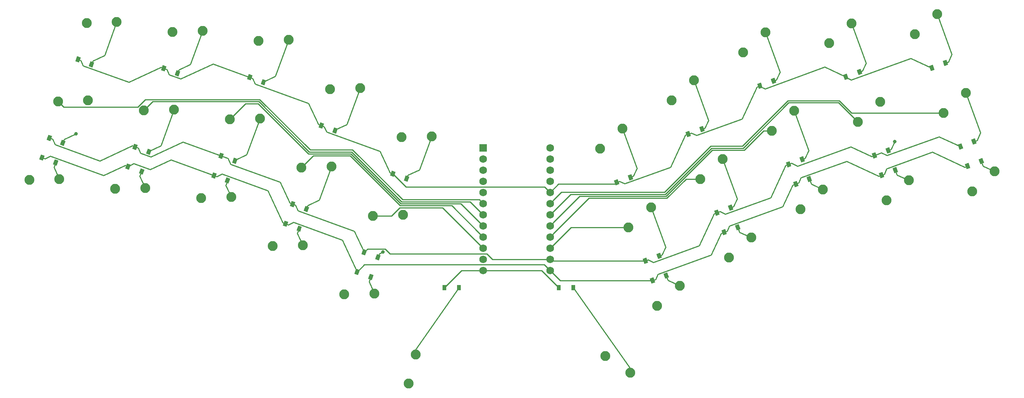
<source format=gbl>
G04 #@! TF.GenerationSoftware,KiCad,Pcbnew,(5.1.4)-1*
G04 #@! TF.CreationDate,2021-01-14T16:11:29-07:00*
G04 #@! TF.ProjectId,ONI-Kyan MKI,4f4e492d-4b79-4616-9e20-4d4b492e6b69,rev?*
G04 #@! TF.SameCoordinates,Original*
G04 #@! TF.FileFunction,Copper,L2,Bot*
G04 #@! TF.FilePolarity,Positive*
%FSLAX46Y46*%
G04 Gerber Fmt 4.6, Leading zero omitted, Abs format (unit mm)*
G04 Created by KiCad (PCBNEW (5.1.4)-1) date 2021-01-14 16:11:29*
%MOMM*%
%LPD*%
G04 APERTURE LIST*
%ADD10C,2.250000*%
%ADD11C,1.752600*%
%ADD12R,1.752600X1.752600*%
%ADD13R,0.900000X1.200000*%
%ADD14C,0.900000*%
%ADD15C,0.150000*%
%ADD16C,0.800000*%
%ADD17C,0.250000*%
G04 APERTURE END LIST*
D10*
X168734486Y-122992399D03*
X163011629Y-119247668D03*
X118368919Y-125489605D03*
X119930483Y-118831106D03*
X103736451Y-105170984D03*
X110572231Y-104955993D03*
D11*
X150495600Y-71755362D03*
X135255600Y-99695362D03*
X150495600Y-74295362D03*
X150495600Y-76835362D03*
X150495600Y-79375362D03*
X150495600Y-81915362D03*
X150495600Y-84455362D03*
X150495600Y-86995362D03*
X150495600Y-89535362D03*
X150495600Y-92075362D03*
X150495600Y-94615362D03*
X150495600Y-97155362D03*
X150495600Y-99695362D03*
X135255600Y-97155362D03*
X135255600Y-94615362D03*
X135255600Y-92075362D03*
X135255600Y-89535362D03*
X135255600Y-86995362D03*
X135255600Y-84455362D03*
X135255600Y-81915362D03*
X135255600Y-79375362D03*
X135255600Y-76835362D03*
X135255600Y-74295362D03*
D12*
X135255600Y-71755362D03*
D13*
X152459998Y-103589999D03*
X155759998Y-103589999D03*
X129800000Y-103600000D03*
X126500000Y-103600000D03*
D14*
X245388272Y-75938624D03*
D15*
G36*
X245170622Y-76656349D02*
G01*
X244760198Y-75528717D01*
X245605922Y-75220899D01*
X246016346Y-76348531D01*
X245170622Y-76656349D01*
X245170622Y-76656349D01*
G37*
D14*
X248489258Y-74809958D03*
D15*
G36*
X248271608Y-75527683D02*
G01*
X247861184Y-74400051D01*
X248706908Y-74092233D01*
X249117332Y-75219865D01*
X248271608Y-75527683D01*
X248271608Y-75527683D01*
G37*
D14*
X225858175Y-77978829D03*
D15*
G36*
X225640525Y-78696554D02*
G01*
X225230101Y-77568922D01*
X226075825Y-77261104D01*
X226486249Y-78388736D01*
X225640525Y-78696554D01*
X225640525Y-78696554D01*
G37*
D14*
X228959161Y-76850163D03*
D15*
G36*
X228741511Y-77567888D02*
G01*
X228331087Y-76440256D01*
X229176811Y-76132438D01*
X229587235Y-77260070D01*
X228741511Y-77567888D01*
X228741511Y-77567888D01*
G37*
D14*
X206328081Y-80019035D03*
D15*
G36*
X206110431Y-80736760D02*
G01*
X205700007Y-79609128D01*
X206545731Y-79301310D01*
X206956155Y-80428942D01*
X206110431Y-80736760D01*
X206110431Y-80736760D01*
G37*
D14*
X209429067Y-78890369D03*
D15*
G36*
X209211417Y-79608094D02*
G01*
X208800993Y-78480462D01*
X209646717Y-78172644D01*
X210057141Y-79300276D01*
X209211417Y-79608094D01*
X209211417Y-79608094D01*
G37*
D14*
X190055737Y-91009852D03*
D15*
G36*
X189838087Y-91727577D02*
G01*
X189427663Y-90599945D01*
X190273387Y-90292127D01*
X190683811Y-91419759D01*
X189838087Y-91727577D01*
X189838087Y-91727577D01*
G37*
D14*
X193156723Y-89881186D03*
D15*
G36*
X192939073Y-90598911D02*
G01*
X192528649Y-89471279D01*
X193374373Y-89163461D01*
X193784797Y-90291093D01*
X192939073Y-90598911D01*
X192939073Y-90598911D01*
G37*
D14*
X173783394Y-102000668D03*
D15*
G36*
X173565744Y-102718393D02*
G01*
X173155320Y-101590761D01*
X174001044Y-101282943D01*
X174411468Y-102410575D01*
X173565744Y-102718393D01*
X173565744Y-102718393D01*
G37*
D14*
X176884380Y-100872002D03*
D15*
G36*
X176666730Y-101589727D02*
G01*
X176256306Y-100462095D01*
X177102030Y-100154277D01*
X177512454Y-101281909D01*
X176666730Y-101589727D01*
X176666730Y-101589727D01*
G37*
D14*
X109730154Y-101186230D03*
D15*
G36*
X109102080Y-101596137D02*
G01*
X109512504Y-100468505D01*
X110358228Y-100776323D01*
X109947804Y-101903955D01*
X109102080Y-101596137D01*
X109102080Y-101596137D01*
G37*
D14*
X106629168Y-100057564D03*
D15*
G36*
X106001094Y-100467471D02*
G01*
X106411518Y-99339839D01*
X107257242Y-99647657D01*
X106846818Y-100775289D01*
X106001094Y-100467471D01*
X106001094Y-100467471D01*
G37*
D14*
X93457812Y-90195413D03*
D15*
G36*
X92829738Y-90605320D02*
G01*
X93240162Y-89477688D01*
X94085886Y-89785506D01*
X93675462Y-90913138D01*
X92829738Y-90605320D01*
X92829738Y-90605320D01*
G37*
D14*
X90356826Y-89066747D03*
D15*
G36*
X89728752Y-89476654D02*
G01*
X90139176Y-88349022D01*
X90984900Y-88656840D01*
X90574476Y-89784472D01*
X89728752Y-89476654D01*
X89728752Y-89476654D01*
G37*
D14*
X77185469Y-79204597D03*
D15*
G36*
X76557395Y-79614504D02*
G01*
X76967819Y-78486872D01*
X77813543Y-78794690D01*
X77403119Y-79922322D01*
X76557395Y-79614504D01*
X76557395Y-79614504D01*
G37*
D14*
X74084483Y-78075931D03*
D15*
G36*
X73456409Y-78485838D02*
G01*
X73866833Y-77358206D01*
X74712557Y-77666024D01*
X74302133Y-78793656D01*
X73456409Y-78485838D01*
X73456409Y-78485838D01*
G37*
D14*
X57655372Y-77164391D03*
D15*
G36*
X57027298Y-77574298D02*
G01*
X57437722Y-76446666D01*
X58283446Y-76754484D01*
X57873022Y-77882116D01*
X57027298Y-77574298D01*
X57027298Y-77574298D01*
G37*
D14*
X54554386Y-76035725D03*
D15*
G36*
X53926312Y-76445632D02*
G01*
X54336736Y-75318000D01*
X55182460Y-75625818D01*
X54772036Y-76753450D01*
X53926312Y-76445632D01*
X53926312Y-76445632D01*
G37*
D14*
X38125275Y-75124185D03*
D15*
G36*
X37497201Y-75534092D02*
G01*
X37907625Y-74406460D01*
X38753349Y-74714278D01*
X38342925Y-75841910D01*
X37497201Y-75534092D01*
X37497201Y-75534092D01*
G37*
D14*
X35024289Y-73995519D03*
D15*
G36*
X34396215Y-74405426D02*
G01*
X34806639Y-73277794D01*
X35652363Y-73585612D01*
X35241939Y-74713244D01*
X34396215Y-74405426D01*
X34396215Y-74405426D01*
G37*
D14*
X243759396Y-71463318D03*
D15*
G36*
X243541746Y-72181043D02*
G01*
X243131322Y-71053411D01*
X243977046Y-70745593D01*
X244387470Y-71873225D01*
X243541746Y-72181043D01*
X243541746Y-72181043D01*
G37*
D14*
X246860382Y-70334652D03*
D15*
G36*
X246642732Y-71052377D02*
G01*
X246232308Y-69924745D01*
X247078032Y-69616927D01*
X247488456Y-70744559D01*
X246642732Y-71052377D01*
X246642732Y-71052377D01*
G37*
D14*
X224229297Y-73503525D03*
D15*
G36*
X224011647Y-74221250D02*
G01*
X223601223Y-73093618D01*
X224446947Y-72785800D01*
X224857371Y-73913432D01*
X224011647Y-74221250D01*
X224011647Y-74221250D01*
G37*
D14*
X227330283Y-72374859D03*
D15*
G36*
X227112633Y-73092584D02*
G01*
X226702209Y-71964952D01*
X227547933Y-71657134D01*
X227958357Y-72784766D01*
X227112633Y-73092584D01*
X227112633Y-73092584D01*
G37*
D14*
X204699199Y-75543730D03*
D15*
G36*
X204481549Y-76261455D02*
G01*
X204071125Y-75133823D01*
X204916849Y-74826005D01*
X205327273Y-75953637D01*
X204481549Y-76261455D01*
X204481549Y-76261455D01*
G37*
D14*
X207800185Y-74415064D03*
D15*
G36*
X207582535Y-75132789D02*
G01*
X207172111Y-74005157D01*
X208017835Y-73697339D01*
X208428259Y-74824971D01*
X207582535Y-75132789D01*
X207582535Y-75132789D01*
G37*
D14*
X188426860Y-86534548D03*
D15*
G36*
X188209210Y-87252273D02*
G01*
X187798786Y-86124641D01*
X188644510Y-85816823D01*
X189054934Y-86944455D01*
X188209210Y-87252273D01*
X188209210Y-87252273D01*
G37*
D14*
X191527846Y-85405882D03*
D15*
G36*
X191310196Y-86123607D02*
G01*
X190899772Y-84995975D01*
X191745496Y-84688157D01*
X192155920Y-85815789D01*
X191310196Y-86123607D01*
X191310196Y-86123607D01*
G37*
D14*
X172154517Y-97525363D03*
D15*
G36*
X171936867Y-98243088D02*
G01*
X171526443Y-97115456D01*
X172372167Y-96807638D01*
X172782591Y-97935270D01*
X171936867Y-98243088D01*
X171936867Y-98243088D01*
G37*
D14*
X175255503Y-96396697D03*
D15*
G36*
X175037853Y-97114422D02*
G01*
X174627429Y-95986790D01*
X175473153Y-95678972D01*
X175883577Y-96806604D01*
X175037853Y-97114422D01*
X175037853Y-97114422D01*
G37*
D14*
X111359030Y-96710922D03*
D15*
G36*
X110730956Y-97120829D02*
G01*
X111141380Y-95993197D01*
X111987104Y-96301015D01*
X111576680Y-97428647D01*
X110730956Y-97120829D01*
X110730956Y-97120829D01*
G37*
D14*
X108258044Y-95582256D03*
D15*
G36*
X107629970Y-95992163D02*
G01*
X108040394Y-94864531D01*
X108886118Y-95172349D01*
X108475694Y-96299981D01*
X107629970Y-95992163D01*
X107629970Y-95992163D01*
G37*
D14*
X95086689Y-85720108D03*
D15*
G36*
X94458615Y-86130015D02*
G01*
X94869039Y-85002383D01*
X95714763Y-85310201D01*
X95304339Y-86437833D01*
X94458615Y-86130015D01*
X94458615Y-86130015D01*
G37*
D14*
X91985703Y-84591442D03*
D15*
G36*
X91357629Y-85001349D02*
G01*
X91768053Y-83873717D01*
X92613777Y-84181535D01*
X92203353Y-85309167D01*
X91357629Y-85001349D01*
X91357629Y-85001349D01*
G37*
D14*
X78814347Y-74729292D03*
D15*
G36*
X78186273Y-75139199D02*
G01*
X78596697Y-74011567D01*
X79442421Y-74319385D01*
X79031997Y-75447017D01*
X78186273Y-75139199D01*
X78186273Y-75139199D01*
G37*
D14*
X75713361Y-73600626D03*
D15*
G36*
X75085287Y-74010533D02*
G01*
X75495711Y-72882901D01*
X76341435Y-73190719D01*
X75931011Y-74318351D01*
X75085287Y-74010533D01*
X75085287Y-74010533D01*
G37*
D14*
X59284250Y-72689086D03*
D15*
G36*
X58656176Y-73098993D02*
G01*
X59066600Y-71971361D01*
X59912324Y-72279179D01*
X59501900Y-73406811D01*
X58656176Y-73098993D01*
X58656176Y-73098993D01*
G37*
D14*
X56183264Y-71560420D03*
D15*
G36*
X55555190Y-71970327D02*
G01*
X55965614Y-70842695D01*
X56811338Y-71150513D01*
X56400914Y-72278145D01*
X55555190Y-71970327D01*
X55555190Y-71970327D01*
G37*
D14*
X39754152Y-70648881D03*
D15*
G36*
X39126078Y-71058788D02*
G01*
X39536502Y-69931156D01*
X40382226Y-70238974D01*
X39971802Y-71366606D01*
X39126078Y-71058788D01*
X39126078Y-71058788D01*
G37*
D14*
X36653166Y-69520215D03*
D15*
G36*
X36025092Y-69930122D02*
G01*
X36435516Y-68802490D01*
X37281240Y-69110308D01*
X36870816Y-70237940D01*
X36025092Y-69930122D01*
X36025092Y-69930122D01*
G37*
D14*
X237243884Y-53562099D03*
D15*
G36*
X237026234Y-54279824D02*
G01*
X236615810Y-53152192D01*
X237461534Y-52844374D01*
X237871958Y-53972006D01*
X237026234Y-54279824D01*
X237026234Y-54279824D01*
G37*
D14*
X240344870Y-52433433D03*
D15*
G36*
X240127220Y-53151158D02*
G01*
X239716796Y-52023526D01*
X240562520Y-51715708D01*
X240972944Y-52843340D01*
X240127220Y-53151158D01*
X240127220Y-53151158D01*
G37*
D14*
X217713786Y-55602306D03*
D15*
G36*
X217496136Y-56320031D02*
G01*
X217085712Y-55192399D01*
X217931436Y-54884581D01*
X218341860Y-56012213D01*
X217496136Y-56320031D01*
X217496136Y-56320031D01*
G37*
D14*
X220814772Y-54473640D03*
D15*
G36*
X220597122Y-55191365D02*
G01*
X220186698Y-54063733D01*
X221032422Y-53755915D01*
X221442846Y-54883547D01*
X220597122Y-55191365D01*
X220597122Y-55191365D01*
G37*
D14*
X198183689Y-57642514D03*
D15*
G36*
X197966039Y-58360239D02*
G01*
X197555615Y-57232607D01*
X198401339Y-56924789D01*
X198811763Y-58052421D01*
X197966039Y-58360239D01*
X197966039Y-58360239D01*
G37*
D14*
X201284675Y-56513848D03*
D15*
G36*
X201067025Y-57231573D02*
G01*
X200656601Y-56103941D01*
X201502325Y-55796123D01*
X201912749Y-56923755D01*
X201067025Y-57231573D01*
X201067025Y-57231573D01*
G37*
D14*
X181911347Y-68633326D03*
D15*
G36*
X181693697Y-69351051D02*
G01*
X181283273Y-68223419D01*
X182128997Y-67915601D01*
X182539421Y-69043233D01*
X181693697Y-69351051D01*
X181693697Y-69351051D01*
G37*
D14*
X185012333Y-67504660D03*
D15*
G36*
X184794683Y-68222385D02*
G01*
X184384259Y-67094753D01*
X185229983Y-66786935D01*
X185640407Y-67914567D01*
X184794683Y-68222385D01*
X184794683Y-68222385D01*
G37*
D14*
X165639007Y-79624142D03*
D15*
G36*
X165421357Y-80341867D02*
G01*
X165010933Y-79214235D01*
X165856657Y-78906417D01*
X166267081Y-80034049D01*
X165421357Y-80341867D01*
X165421357Y-80341867D01*
G37*
D14*
X168739993Y-78495476D03*
D15*
G36*
X168522343Y-79213201D02*
G01*
X168111919Y-78085569D01*
X168957643Y-77777751D01*
X169368067Y-78905383D01*
X168522343Y-79213201D01*
X168522343Y-79213201D01*
G37*
D14*
X117874543Y-78809705D03*
D15*
G36*
X117246469Y-79219612D02*
G01*
X117656893Y-78091980D01*
X118502617Y-78399798D01*
X118092193Y-79527430D01*
X117246469Y-79219612D01*
X117246469Y-79219612D01*
G37*
D14*
X114773557Y-77681039D03*
D15*
G36*
X114145483Y-78090946D02*
G01*
X114555907Y-76963314D01*
X115401631Y-77271132D01*
X114991207Y-78398764D01*
X114145483Y-78090946D01*
X114145483Y-78090946D01*
G37*
D14*
X101602199Y-67818888D03*
D15*
G36*
X100974125Y-68228795D02*
G01*
X101384549Y-67101163D01*
X102230273Y-67408981D01*
X101819849Y-68536613D01*
X100974125Y-68228795D01*
X100974125Y-68228795D01*
G37*
D14*
X98501213Y-66690222D03*
D15*
G36*
X97873139Y-67100129D02*
G01*
X98283563Y-65972497D01*
X99129287Y-66280315D01*
X98718863Y-67407947D01*
X97873139Y-67100129D01*
X97873139Y-67100129D01*
G37*
D14*
X85329859Y-56828073D03*
D15*
G36*
X84701785Y-57237980D02*
G01*
X85112209Y-56110348D01*
X85957933Y-56418166D01*
X85547509Y-57545798D01*
X84701785Y-57237980D01*
X84701785Y-57237980D01*
G37*
D14*
X82228873Y-55699407D03*
D15*
G36*
X81600799Y-56109314D02*
G01*
X82011223Y-54981682D01*
X82856947Y-55289500D01*
X82446523Y-56417132D01*
X81600799Y-56109314D01*
X81600799Y-56109314D01*
G37*
D14*
X65799762Y-54787867D03*
D15*
G36*
X65171688Y-55197774D02*
G01*
X65582112Y-54070142D01*
X66427836Y-54377960D01*
X66017412Y-55505592D01*
X65171688Y-55197774D01*
X65171688Y-55197774D01*
G37*
D14*
X62698776Y-53659201D03*
D15*
G36*
X62070702Y-54069108D02*
G01*
X62481126Y-52941476D01*
X63326850Y-53249294D01*
X62916426Y-54376926D01*
X62070702Y-54069108D01*
X62070702Y-54069108D01*
G37*
D14*
X46269664Y-52747659D03*
D15*
G36*
X45641590Y-53157566D02*
G01*
X46052014Y-52029934D01*
X46897738Y-52337752D01*
X46487314Y-53465384D01*
X45641590Y-53157566D01*
X45641590Y-53157566D01*
G37*
D14*
X43168678Y-51618993D03*
D15*
G36*
X42540604Y-52028900D02*
G01*
X42951028Y-50901268D01*
X43796752Y-51209086D01*
X43386328Y-52336718D01*
X42540604Y-52028900D01*
X42540604Y-52028900D01*
G37*
D10*
X179952607Y-103218529D03*
X174854290Y-107777176D03*
X246459168Y-81715132D03*
X251557485Y-77156485D03*
X207398975Y-85795545D03*
X212497292Y-81236898D03*
X191126631Y-96786359D03*
X196224948Y-92227712D03*
X226929071Y-83755338D03*
X232027388Y-79196691D03*
X220413560Y-65854118D03*
X225511877Y-61295471D03*
X239943658Y-63813912D03*
X245041975Y-59255265D03*
X178095609Y-60983921D03*
X183193926Y-56425274D03*
X184611121Y-78885140D03*
X189709438Y-74326493D03*
X168338777Y-89875956D03*
X173437094Y-85317309D03*
X200883462Y-67894323D03*
X205981779Y-63335676D03*
X233428148Y-45912692D03*
X238526465Y-41354045D03*
X194367953Y-49993105D03*
X199466270Y-45434458D03*
X213898052Y-47952901D03*
X218996369Y-43394254D03*
X161823268Y-71974737D03*
X166921585Y-67416090D03*
X110251965Y-87269765D03*
X117087745Y-87054774D03*
X87464112Y-94180168D03*
X94299892Y-93965177D03*
X71191768Y-83189350D03*
X78027548Y-82974359D03*
X51661671Y-81149146D03*
X58497451Y-80934155D03*
X32131574Y-79108938D03*
X38967354Y-78893947D03*
X93979622Y-76278946D03*
X100815402Y-76063955D03*
X77707281Y-65288129D03*
X84543061Y-65073138D03*
X58177181Y-63247924D03*
X65012961Y-63032933D03*
X38647085Y-61207720D03*
X45482865Y-60992729D03*
X116767475Y-69368543D03*
X123603255Y-69153552D03*
X100495133Y-58377728D03*
X107330913Y-58162737D03*
X84222789Y-47386912D03*
X91058569Y-47171921D03*
X64692693Y-45346706D03*
X71528473Y-45131715D03*
X45162593Y-43306499D03*
X51998373Y-43091508D03*
D16*
X42711638Y-68606607D03*
X112510712Y-95510722D03*
X228813234Y-70365873D03*
D17*
X62040989Y-53419787D02*
X62698775Y-53659199D01*
X54751221Y-56819061D02*
X62040989Y-53419787D01*
X44379311Y-53043996D02*
X54751221Y-56819061D01*
X43826463Y-51858408D02*
X44379311Y-53043996D01*
X43168677Y-51618994D02*
X43826463Y-51858408D01*
X97843429Y-66450808D02*
X98501212Y-66690223D01*
X95600085Y-61639939D02*
X97843429Y-66450808D01*
X83489739Y-57232134D02*
X95600085Y-61639939D01*
X82228872Y-55699405D02*
X82886655Y-55938818D01*
X82886655Y-55938818D02*
X83489739Y-57232134D01*
X73853242Y-52650927D02*
X82228872Y-55699405D01*
X66563474Y-56050201D02*
X73853242Y-52650927D01*
X63909408Y-55084200D02*
X66563474Y-56050201D01*
X62698775Y-53659199D02*
X63356560Y-53898614D01*
X63356560Y-53898614D02*
X63909408Y-55084200D01*
X114115769Y-77441624D02*
X114773555Y-77681040D01*
X111835058Y-72550621D02*
X114115769Y-77441624D01*
X99724715Y-68142815D02*
X111835058Y-72550621D01*
X98501212Y-66690223D02*
X99159000Y-66929634D01*
X99159000Y-66929634D02*
X99724715Y-68142815D01*
X152365016Y-80045944D02*
X150495600Y-81915360D01*
X165639006Y-79624146D02*
X165217206Y-80045946D01*
X165217206Y-80045946D02*
X152365016Y-80045944D01*
X115195359Y-78102841D02*
X114773555Y-77681040D01*
X117742516Y-80649999D02*
X115195359Y-78102841D01*
X150495600Y-81915360D02*
X149230239Y-80650000D01*
X149230239Y-80650000D02*
X117742516Y-80649999D01*
X166296791Y-79384729D02*
X165639006Y-79624144D01*
X167482376Y-79937577D02*
X166296791Y-79384729D01*
X177854288Y-76162510D02*
X167482376Y-79937577D01*
X181253561Y-68872741D02*
X177854288Y-76162510D01*
X182569129Y-68393913D02*
X181253561Y-68872741D01*
X194126631Y-65171694D02*
X183754718Y-68946761D01*
X212902918Y-53358959D02*
X199336048Y-58296896D01*
X217713789Y-55602305D02*
X212902918Y-53358959D01*
X183754718Y-68946761D02*
X182569129Y-68393913D01*
X198183688Y-57642512D02*
X197525905Y-57881926D01*
X199336048Y-58296896D02*
X198234992Y-57783466D01*
X198234992Y-57783466D02*
X198183688Y-57642512D01*
X197525905Y-57881926D02*
X194126631Y-65171694D01*
X217765091Y-55743258D02*
X217713789Y-55602305D01*
X218914183Y-56279091D02*
X217765091Y-55743258D01*
X232433467Y-51358475D02*
X218914183Y-56279091D01*
X237243885Y-53562100D02*
X237196298Y-53579420D01*
X237196298Y-53579420D02*
X232433467Y-51358475D01*
X49227148Y-50705388D02*
X51998374Y-43091507D01*
X46269662Y-52747660D02*
X46560380Y-51948923D01*
X46560380Y-51948923D02*
X49227148Y-50705388D01*
X68757249Y-52745594D02*
X71528473Y-45131715D01*
X65799762Y-54787866D02*
X66090477Y-53989127D01*
X66090477Y-53989127D02*
X68757249Y-52745594D01*
X88047931Y-55443584D02*
X91058570Y-47171921D01*
X85329858Y-56828073D02*
X85381161Y-56687119D01*
X85381161Y-56687119D02*
X88047931Y-55443584D01*
X104320273Y-66434400D02*
X107330912Y-58162737D01*
X101602200Y-67818889D02*
X101653503Y-67677935D01*
X101653503Y-67677935D02*
X104320273Y-66434400D01*
X120832031Y-76767431D02*
X123603254Y-69153552D01*
X117874542Y-78809705D02*
X118165260Y-78010968D01*
X118165260Y-78010968D02*
X120832031Y-76767431D01*
X169397778Y-78256062D02*
X168739991Y-78495476D01*
X170222941Y-76486492D02*
X169397778Y-78256062D01*
X166921585Y-67416090D02*
X170222941Y-76486492D01*
X185670117Y-67265248D02*
X185012333Y-67504661D01*
X186495282Y-65495675D02*
X185670117Y-67265248D01*
X183193927Y-56425274D02*
X186495282Y-65495675D01*
X201942460Y-56274431D02*
X201284674Y-56513846D01*
X202767623Y-54504860D02*
X201942460Y-56274431D01*
X199466267Y-45434461D02*
X202767623Y-54504860D01*
X221472558Y-54234225D02*
X220814772Y-54473639D01*
X222297722Y-52464654D02*
X221472558Y-54234225D01*
X218996366Y-43394252D02*
X222297722Y-52464654D01*
X241002654Y-52194018D02*
X240344869Y-52433432D01*
X241827822Y-50424446D02*
X241002654Y-52194018D01*
X238526465Y-41354045D02*
X241827822Y-50424446D01*
X91327917Y-84352028D02*
X91985703Y-84591441D01*
X89114407Y-79605140D02*
X91327917Y-84352028D01*
X77910866Y-75527384D02*
X89114407Y-79605140D01*
X77277948Y-74170087D02*
X77910866Y-75527384D01*
X57393895Y-72985419D02*
X59718994Y-73831685D01*
X56841048Y-71799833D02*
X57393895Y-72985419D01*
X59718994Y-73831685D02*
X67008763Y-70432411D01*
X37369927Y-69781093D02*
X37957995Y-71042207D01*
X36653168Y-69520213D02*
X37369927Y-69781093D01*
X37957995Y-71042207D02*
X48160181Y-74755501D01*
X48160181Y-74755501D02*
X55525477Y-71321007D01*
X55525477Y-71321007D02*
X56183265Y-71560419D01*
X67008763Y-70432411D02*
X77277948Y-74170087D01*
X56183265Y-71560419D02*
X56841048Y-71799833D01*
X92643488Y-84830856D02*
X91985703Y-84591441D01*
X93239040Y-86108020D02*
X92643488Y-84830856D01*
X206714281Y-75937236D02*
X205356985Y-75304316D01*
X227071047Y-73529612D02*
X225793884Y-72934062D01*
X218824626Y-71529430D02*
X206714281Y-75937236D01*
X223571513Y-73742939D02*
X218824626Y-71529430D01*
X190297720Y-86860801D02*
X189084643Y-86295133D01*
X225793884Y-72934062D02*
X223571513Y-73742939D01*
X243759395Y-71463319D02*
X238932377Y-69212443D01*
X172154514Y-97525362D02*
X150865604Y-97525361D01*
X238932377Y-69212443D02*
X227071047Y-73529612D01*
X205356985Y-75304316D02*
X204041416Y-75783144D01*
X204041416Y-75783144D02*
X200629321Y-83100405D01*
X108258044Y-95541954D02*
X108258045Y-95582258D01*
X200629321Y-83100405D02*
X190297720Y-86860801D01*
X189084643Y-86295133D02*
X187769073Y-86773961D01*
X187769073Y-86773961D02*
X184369798Y-94063730D01*
X184369798Y-94063730D02*
X173997886Y-97838797D01*
X137355358Y-97155360D02*
X136099999Y-95900001D01*
X173997886Y-97838797D02*
X172812301Y-97285947D01*
X172812301Y-97285947D02*
X172154514Y-97525362D01*
X109014289Y-94785711D02*
X108258044Y-95541954D01*
X150865604Y-97525361D02*
X150495600Y-97155360D01*
X150495600Y-97155360D02*
X137355358Y-97155360D01*
X136099999Y-95900001D02*
X114100000Y-95900000D01*
X114100000Y-95900000D02*
X112985712Y-94785712D01*
X112985712Y-94785712D02*
X109014289Y-94785711D01*
X108258045Y-95582258D02*
X106007172Y-90755236D01*
X106007172Y-90755236D02*
X93239040Y-86108020D01*
X40044869Y-69850141D02*
X42711638Y-68606607D01*
X39754153Y-70648883D02*
X40044869Y-69850141D01*
X42711638Y-68606607D02*
X42711638Y-68606607D01*
X62002323Y-71304596D02*
X65012961Y-63032933D01*
X59284249Y-72689088D02*
X59335553Y-72548134D01*
X59335553Y-72548134D02*
X62002323Y-71304596D01*
X81532420Y-73344804D02*
X84543062Y-65073137D01*
X78814347Y-74729292D02*
X78865650Y-74588338D01*
X78865650Y-74588338D02*
X81532420Y-73344804D01*
X98044176Y-83677837D02*
X100815401Y-76063953D01*
X95086689Y-85720107D02*
X95377406Y-84921370D01*
X95377406Y-84921370D02*
X98044176Y-83677837D01*
X111649744Y-95912198D02*
X112510712Y-95510722D01*
X111359032Y-96710924D02*
X111649744Y-95912198D01*
X175913288Y-96157281D02*
X175255503Y-96396697D01*
X176738451Y-94387712D02*
X175913288Y-96157281D01*
X173437096Y-85317310D02*
X176738451Y-94387712D01*
X192185629Y-85166467D02*
X191527844Y-85405881D01*
X193010794Y-83396897D02*
X192185629Y-85166467D01*
X189709436Y-74326492D02*
X193010794Y-83396897D01*
X208457971Y-74175650D02*
X207800186Y-74415065D01*
X209283135Y-72406081D02*
X208457971Y-74175650D01*
X205981779Y-63335678D02*
X209283135Y-72406081D01*
X227988069Y-72135443D02*
X227330283Y-72374861D01*
X228813234Y-70365873D02*
X228813234Y-70365873D01*
X228813234Y-70365873D02*
X227988069Y-72135443D01*
X247518166Y-70095237D02*
X246860382Y-70334652D01*
X248343331Y-68325667D02*
X247518166Y-70095237D01*
X245041975Y-59255265D02*
X248343331Y-68325667D01*
X152800909Y-102000669D02*
X173783394Y-102000667D01*
X108286732Y-98399999D02*
X149200240Y-98400001D01*
X106629168Y-100057563D02*
X108286732Y-98399999D01*
X106631295Y-100051719D02*
X106629168Y-100057563D01*
X54554386Y-76035725D02*
X54567450Y-75999828D01*
X89699041Y-88827334D02*
X90356825Y-89066745D01*
X48982603Y-78087746D02*
X53896600Y-75796311D01*
X35024288Y-73995518D02*
X35682074Y-74234933D01*
X35682074Y-74234933D02*
X36872259Y-73679939D01*
X54567450Y-75999828D02*
X55884886Y-75385499D01*
X103235738Y-92769923D02*
X106631295Y-100051719D01*
X55884886Y-75385499D02*
X59567297Y-76725787D01*
X90356825Y-89066745D02*
X91014610Y-89306161D01*
X59567297Y-76725787D02*
X64305084Y-74516520D01*
X64305084Y-74516520D02*
X74742267Y-78315346D01*
X53896600Y-75796311D02*
X54554386Y-76035725D01*
X74742267Y-78315346D02*
X75927852Y-77762497D01*
X149200240Y-98400001D02*
X152800909Y-102000669D01*
X91014610Y-89306161D02*
X92200196Y-88753312D01*
X36872259Y-73679939D02*
X48982603Y-78087746D01*
X75927852Y-77762497D02*
X86299766Y-81537563D01*
X92200196Y-88753312D02*
X103235738Y-92769923D01*
X86299766Y-81537563D02*
X89699041Y-88827334D01*
X225200391Y-78218244D02*
X217910624Y-74818969D01*
X226430383Y-77770564D02*
X225200391Y-78218244D01*
X174441181Y-101761255D02*
X173783395Y-102000668D01*
X205670293Y-80258450D02*
X203376714Y-85177047D01*
X227007776Y-76532339D02*
X226430383Y-77770564D01*
X245388273Y-75938624D02*
X244730490Y-76178037D01*
X244730490Y-76178037D02*
X237388083Y-72754217D01*
X217910624Y-74818969D02*
X207538711Y-78594036D01*
X203376714Y-85177047D02*
X191266369Y-89584852D01*
X207538711Y-78594036D02*
X206985863Y-79779623D01*
X206985863Y-79779623D02*
X205670293Y-80258450D01*
X174994027Y-100575669D02*
X174441181Y-101761255D01*
X191266369Y-89584852D02*
X190713521Y-90770438D01*
X237388083Y-72754217D02*
X227007776Y-76532339D01*
X187104374Y-96167862D02*
X174994027Y-100575669D01*
X190713521Y-90770438D02*
X189397952Y-91249266D01*
X189397952Y-91249266D02*
X187104374Y-96167862D01*
X37723817Y-76227179D02*
X38967353Y-78893947D01*
X38125275Y-75124185D02*
X37723817Y-76227179D01*
X57253915Y-78267383D02*
X58497451Y-80934153D01*
X57655371Y-77164393D02*
X57253915Y-78267383D01*
X76784013Y-80307589D02*
X78027548Y-82974360D01*
X77185468Y-79204598D02*
X76784013Y-80307589D01*
X93056356Y-91298404D02*
X94299893Y-93965175D01*
X93457810Y-90195414D02*
X93056356Y-91298404D01*
X109328697Y-102289223D02*
X110572232Y-104955992D01*
X109730157Y-101186230D02*
X109328697Y-102289223D01*
X177285836Y-101974995D02*
X176884382Y-100872001D01*
X179952606Y-103218530D02*
X177285836Y-101974995D01*
X193558178Y-90984179D02*
X193156721Y-89881186D01*
X196224949Y-92227713D02*
X193558178Y-90984179D01*
X209830520Y-79993363D02*
X209429064Y-78890370D01*
X212497290Y-81236899D02*
X209830520Y-79993363D01*
X229360618Y-77953156D02*
X228959163Y-76850162D01*
X232027388Y-79196692D02*
X229360618Y-77953156D01*
X248890715Y-75912951D02*
X248489258Y-74809958D01*
X251557484Y-77156485D02*
X248890715Y-75912951D01*
X119770472Y-117923648D02*
X119930482Y-118831105D01*
X129799999Y-103600000D02*
X119770472Y-117923648D01*
X95949967Y-72249968D02*
X105599967Y-72249967D01*
X84500001Y-60800001D02*
X95949967Y-72249968D01*
X58479104Y-60800001D02*
X84500001Y-60800001D01*
X105599967Y-72249967D02*
X116949956Y-83599956D01*
X56779107Y-62500001D02*
X58479104Y-60800001D01*
X38647085Y-61207720D02*
X39939365Y-62500000D01*
X39939365Y-62500000D02*
X56779107Y-62500001D01*
X134400195Y-83599957D02*
X135255600Y-84455361D01*
X116949956Y-83599956D02*
X134400195Y-83599957D01*
X134379302Y-86119062D02*
X135255602Y-86995360D01*
X95763568Y-72699979D02*
X105413568Y-72699978D01*
X116763554Y-84049965D02*
X132310207Y-84049966D01*
X105413568Y-72699978D02*
X116763554Y-84049965D01*
X132310207Y-84049966D02*
X134379302Y-86119062D01*
X84313601Y-61250011D02*
X95763568Y-72699979D01*
X60175096Y-61250011D02*
X84313601Y-61250011D01*
X58177182Y-63247925D02*
X60175096Y-61250011D01*
X84127200Y-61700022D02*
X95577166Y-73149990D01*
X95577166Y-73149990D02*
X105227172Y-73149990D01*
X105227172Y-73149990D02*
X116577155Y-84499978D01*
X134379300Y-88659062D02*
X135255600Y-89535360D01*
X116577155Y-84499978D02*
X130220217Y-84499976D01*
X81295388Y-61700022D02*
X84127200Y-61700022D01*
X130220217Y-84499976D02*
X134379300Y-88659062D01*
X77707281Y-65288131D02*
X81295388Y-61700022D01*
X93979621Y-76278947D02*
X96658568Y-73600000D01*
X96658568Y-73600000D02*
X105040771Y-73599999D01*
X116390754Y-84949988D02*
X128130229Y-84949990D01*
X128130229Y-84949990D02*
X134379301Y-91199061D01*
X134379301Y-91199061D02*
X135255600Y-92075360D01*
X105040771Y-73599999D02*
X116390754Y-84949988D01*
X126040240Y-85400000D02*
X135255600Y-94615361D01*
X116300000Y-85400000D02*
X126040240Y-85400000D01*
X110251965Y-87269764D02*
X114430233Y-87269765D01*
X114430233Y-87269765D02*
X116300000Y-85400000D01*
X155235004Y-89875956D02*
X150495600Y-94615362D01*
X168338779Y-89875956D02*
X155235004Y-89875956D01*
X151371899Y-91199059D02*
X150495600Y-92075360D01*
X159320927Y-83250033D02*
X151371899Y-91199059D01*
X177049967Y-83250033D02*
X159320927Y-83250033D01*
X184611120Y-78885140D02*
X181414861Y-78885140D01*
X181414861Y-78885140D02*
X177049967Y-83250033D01*
X151371899Y-88659060D02*
X150495600Y-89535360D01*
X199005678Y-67894325D02*
X194599979Y-72300022D01*
X194599979Y-72300022D02*
X187362978Y-72300023D01*
X187362978Y-72300023D02*
X176862978Y-82800023D01*
X200883463Y-67894321D02*
X199005678Y-67894325D01*
X176862978Y-82800023D02*
X157230938Y-82800022D01*
X157230938Y-82800022D02*
X151371899Y-88659060D01*
X155140951Y-82350010D02*
X150495600Y-86995362D01*
X216059442Y-61500001D02*
X204736410Y-61500000D01*
X220413560Y-65854117D02*
X216059442Y-61500001D01*
X204736410Y-61500000D02*
X194386401Y-71850011D01*
X194386401Y-71850011D02*
X187176577Y-71850011D01*
X187176577Y-71850011D02*
X176676577Y-82350011D01*
X176676577Y-82350011D02*
X155140951Y-82350010D01*
X216245841Y-61049989D02*
X204550011Y-61049990D01*
X204550011Y-61049990D02*
X194199999Y-71399998D01*
X194199999Y-71399998D02*
X186990177Y-71400000D01*
X186990177Y-71400000D02*
X176490177Y-81900002D01*
X151371900Y-83579060D02*
X150495602Y-84455362D01*
X153050960Y-81900001D02*
X151371900Y-83579060D01*
X219009764Y-63813911D02*
X216245841Y-61049989D01*
X176490177Y-81900002D02*
X153050960Y-81900001D01*
X239943657Y-63813912D02*
X219009764Y-63813911D01*
X148565360Y-99695360D02*
X135255600Y-99695360D01*
X152460000Y-103590000D02*
X148565360Y-99695360D01*
X130404639Y-99695360D02*
X135255600Y-99695360D01*
X126500000Y-103600000D02*
X130404639Y-99695360D01*
X168857441Y-122295085D02*
X168734486Y-122992397D01*
X155759999Y-103589999D02*
X168857441Y-122295085D01*
M02*

</source>
